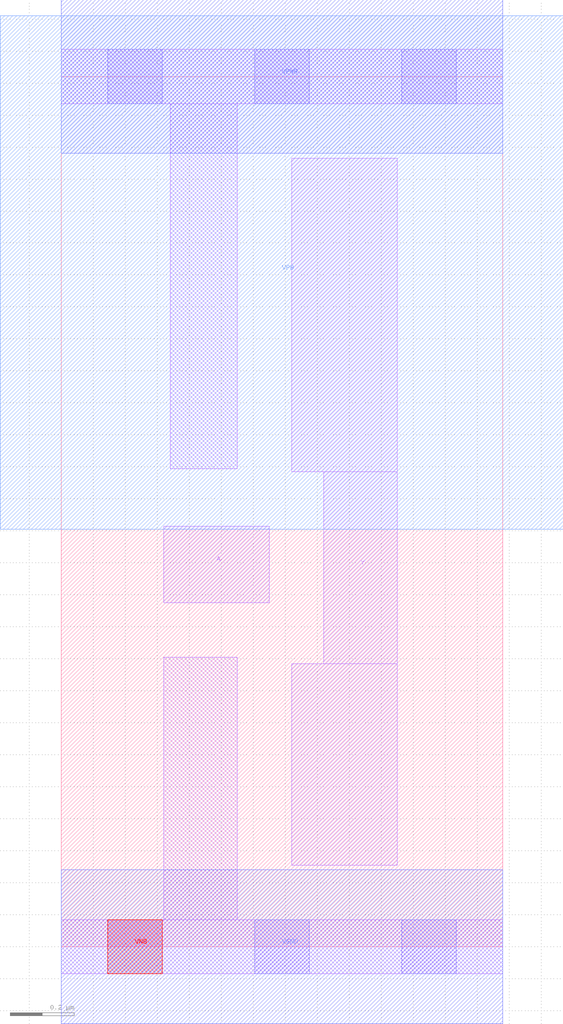
<source format=lef>
# Copyright 2020 The SkyWater PDK Authors
#
# Licensed under the Apache License, Version 2.0 (the "License");
# you may not use this file except in compliance with the License.
# You may obtain a copy of the License at
#
#     https://www.apache.org/licenses/LICENSE-2.0
#
# Unless required by applicable law or agreed to in writing, software
# distributed under the License is distributed on an "AS IS" BASIS,
# WITHOUT WARRANTIES OR CONDITIONS OF ANY KIND, either express or implied.
# See the License for the specific language governing permissions and
# limitations under the License.
#
# SPDX-License-Identifier: Apache-2.0

VERSION 5.7 ;
  NOWIREEXTENSIONATPIN ON ;
  DIVIDERCHAR "/" ;
  BUSBITCHARS "[]" ;
MACRO sky130_fd_sc_hd__inv_1
  CLASS CORE ;
  FOREIGN sky130_fd_sc_hd__inv_1 ;
  ORIGIN  0.000000  0.000000 ;
  SIZE  1.380000 BY  2.720000 ;
  SYMMETRY X Y R90 ;
  SITE unithd ;
  PIN A
    ANTENNAGATEAREA  0.247500 ;
    DIRECTION INPUT ;
    USE SIGNAL ;
    PORT
      LAYER li1 ;
        RECT 0.320000 1.075000 0.650000 1.315000 ;
    END
  END A
  PIN Y
    ANTENNADIFFAREA  0.429000 ;
    DIRECTION OUTPUT ;
    USE SIGNAL ;
    PORT
      LAYER li1 ;
        RECT 0.720000 0.255000 1.050000 0.885000 ;
        RECT 0.720000 1.485000 1.050000 2.465000 ;
        RECT 0.820000 0.885000 1.050000 1.485000 ;
    END
  END Y
  PIN VGND
    DIRECTION INOUT ;
    SHAPE ABUTMENT ;
    USE GROUND ;
    PORT
      LAYER met1 ;
        RECT 0.000000 -0.240000 1.380000 0.240000 ;
    END
  END VGND
  PIN VNB
    DIRECTION INOUT ;
    USE GROUND ;
    PORT
      LAYER pwell ;
        RECT 0.145000 -0.085000 0.315000 0.085000 ;
    END
  END VNB
  PIN VPB
    DIRECTION INOUT ;
    USE POWER ;
    PORT
      LAYER nwell ;
        RECT -0.190000 1.305000 1.570000 2.910000 ;
    END
  END VPB
  PIN VPWR
    DIRECTION INOUT ;
    SHAPE ABUTMENT ;
    USE POWER ;
    PORT
      LAYER met1 ;
        RECT 0.000000 2.480000 1.380000 2.960000 ;
    END
  END VPWR
  OBS
    LAYER li1 ;
      RECT 0.000000 -0.085000 1.380000 0.085000 ;
      RECT 0.000000  2.635000 1.380000 2.805000 ;
      RECT 0.320000  0.085000 0.550000 0.905000 ;
      RECT 0.340000  1.495000 0.550000 2.635000 ;
    LAYER mcon ;
      RECT 0.145000 -0.085000 0.315000 0.085000 ;
      RECT 0.145000  2.635000 0.315000 2.805000 ;
      RECT 0.605000 -0.085000 0.775000 0.085000 ;
      RECT 0.605000  2.635000 0.775000 2.805000 ;
      RECT 1.065000 -0.085000 1.235000 0.085000 ;
      RECT 1.065000  2.635000 1.235000 2.805000 ;
  END
END sky130_fd_sc_hd__inv_1
END LIBRARY

</source>
